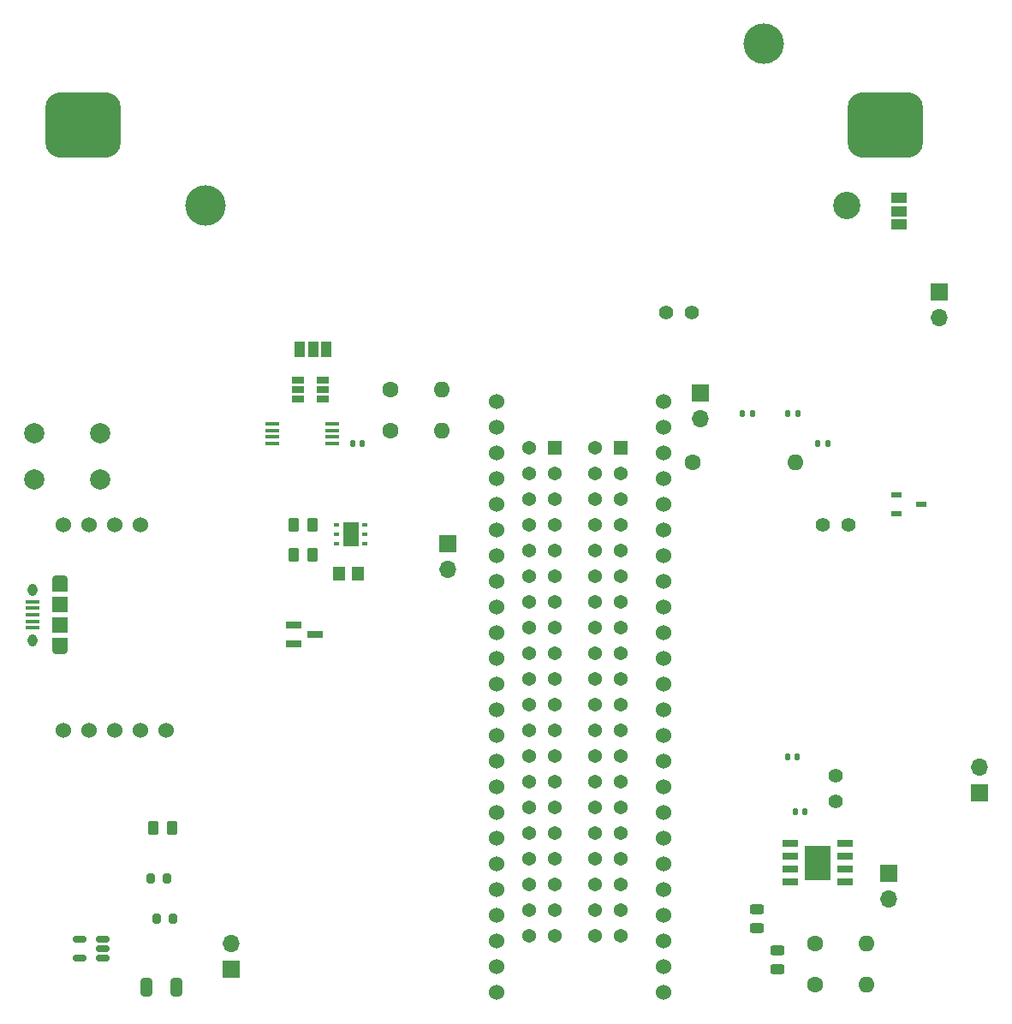
<source format=gbr>
%TF.GenerationSoftware,KiCad,Pcbnew,(7.0.0)*%
%TF.CreationDate,2023-04-14T03:48:35+02:00*%
%TF.ProjectId,overall scematic,6f766572-616c-46c2-9073-63656d617469,rev?*%
%TF.SameCoordinates,Original*%
%TF.FileFunction,Soldermask,Top*%
%TF.FilePolarity,Negative*%
%FSLAX46Y46*%
G04 Gerber Fmt 4.6, Leading zero omitted, Abs format (unit mm)*
G04 Created by KiCad (PCBNEW (7.0.0)) date 2023-04-14 03:48:35*
%MOMM*%
%LPD*%
G01*
G04 APERTURE LIST*
G04 Aperture macros list*
%AMRoundRect*
0 Rectangle with rounded corners*
0 $1 Rounding radius*
0 $2 $3 $4 $5 $6 $7 $8 $9 X,Y pos of 4 corners*
0 Add a 4 corners polygon primitive as box body*
4,1,4,$2,$3,$4,$5,$6,$7,$8,$9,$2,$3,0*
0 Add four circle primitives for the rounded corners*
1,1,$1+$1,$2,$3*
1,1,$1+$1,$4,$5*
1,1,$1+$1,$6,$7*
1,1,$1+$1,$8,$9*
0 Add four rect primitives between the rounded corners*
20,1,$1+$1,$2,$3,$4,$5,0*
20,1,$1+$1,$4,$5,$6,$7,0*
20,1,$1+$1,$6,$7,$8,$9,0*
20,1,$1+$1,$8,$9,$2,$3,0*%
G04 Aperture macros list end*
%ADD10R,1.700000X1.700000*%
%ADD11O,1.700000X1.700000*%
%ADD12C,4.000000*%
%ADD13C,2.700000*%
%ADD14RoundRect,1.625000X-2.125000X-1.625000X2.125000X-1.625000X2.125000X1.625000X-2.125000X1.625000X0*%
%ADD15R,1.150000X1.450000*%
%ADD16R,1.200000X0.650000*%
%ADD17R,1.475000X0.450000*%
%ADD18R,1.370000X1.370000*%
%ADD19C,1.370000*%
%ADD20RoundRect,0.070000X-0.650000X-0.300000X0.650000X-0.300000X0.650000X0.300000X-0.650000X0.300000X0*%
%ADD21R,1.070003X0.600000*%
%ADD22C,1.524000*%
%ADD23R,1.525000X0.700000*%
%ADD24R,2.513000X3.402000*%
%ADD25C,2.000000*%
%ADD26RoundRect,0.140000X-0.140000X-0.170000X0.140000X-0.170000X0.140000X0.170000X-0.140000X0.170000X0*%
%ADD27RoundRect,0.140000X0.140000X0.170000X-0.140000X0.170000X-0.140000X-0.170000X0.140000X-0.170000X0*%
%ADD28RoundRect,0.250000X0.325000X0.650000X-0.325000X0.650000X-0.325000X-0.650000X0.325000X-0.650000X0*%
%ADD29R,1.350000X0.400000*%
%ADD30R,1.550000X1.200000*%
%ADD31O,0.950000X1.250000*%
%ADD32R,1.550000X1.500000*%
%ADD33O,1.550000X0.890000*%
%ADD34RoundRect,0.243750X0.456250X-0.243750X0.456250X0.243750X-0.456250X0.243750X-0.456250X-0.243750X0*%
%ADD35R,1.000000X1.500000*%
%ADD36R,1.500000X1.000000*%
%ADD37R,0.600000X0.400000*%
%ADD38R,1.500000X2.400000*%
%ADD39RoundRect,0.150000X0.512500X0.150000X-0.512500X0.150000X-0.512500X-0.150000X0.512500X-0.150000X0*%
%ADD40RoundRect,0.135000X-0.135000X-0.185000X0.135000X-0.185000X0.135000X0.185000X-0.135000X0.185000X0*%
%ADD41RoundRect,0.200000X0.200000X0.275000X-0.200000X0.275000X-0.200000X-0.275000X0.200000X-0.275000X0*%
%ADD42RoundRect,0.250000X0.262500X0.450000X-0.262500X0.450000X-0.262500X-0.450000X0.262500X-0.450000X0*%
%ADD43RoundRect,0.250000X-0.262500X-0.450000X0.262500X-0.450000X0.262500X0.450000X-0.262500X0.450000X0*%
%ADD44O,1.600000X1.600000*%
%ADD45C,1.600000*%
%ADD46C,1.400000*%
G04 APERTURE END LIST*
D10*
%TO.C,J4*%
X182999999Y-116539999D03*
D11*
X182999999Y-113999999D03*
%TD*%
D10*
%TO.C,J2*%
X155369999Y-76949999D03*
D11*
X155369999Y-79489999D03*
%TD*%
D12*
%TO.C,BT1*%
X106400000Y-58475000D03*
X161600000Y-42475000D03*
D13*
X169820000Y-58475000D03*
D14*
X173650000Y-50475000D03*
X94350000Y-50475000D03*
%TD*%
D15*
%TO.C,C5*%
X119667499Y-94859999D03*
X121467499Y-94859999D03*
%TD*%
D16*
%TO.C,IC1*%
X115561999Y-75674999D03*
X115561999Y-76624999D03*
X115561999Y-77574999D03*
X118061999Y-77574999D03*
X118061999Y-76624999D03*
X118061999Y-75674999D03*
%TD*%
D17*
%TO.C,Q1*%
X113061999Y-80024999D03*
X113061999Y-80674999D03*
X113061999Y-81324999D03*
X113061999Y-81974999D03*
X118937999Y-81974999D03*
X118937999Y-81324999D03*
X118937999Y-80674999D03*
X118937999Y-80024999D03*
%TD*%
D18*
%TO.C,J13*%
X147499999Y-82379999D03*
D19*
X144960000Y-82380000D03*
X147500000Y-84920000D03*
X144960000Y-84920000D03*
X147500000Y-87460000D03*
X144960000Y-87460000D03*
X147500000Y-90000000D03*
X144960000Y-90000000D03*
X147500000Y-92540000D03*
X144960000Y-92540000D03*
X147500000Y-95080000D03*
X144960000Y-95080000D03*
X147500000Y-97620000D03*
X144960000Y-97620000D03*
X147500000Y-100160000D03*
X144960000Y-100160000D03*
X147500000Y-102700000D03*
X144960000Y-102700000D03*
X147500000Y-105240000D03*
X144960000Y-105240000D03*
X147500000Y-107780000D03*
X144960000Y-107780000D03*
X147500000Y-110320000D03*
X144960000Y-110320000D03*
X147500000Y-112860000D03*
X144960000Y-112860000D03*
X147500000Y-115400000D03*
X144960000Y-115400000D03*
X147500000Y-117940000D03*
X144960000Y-117940000D03*
X147500000Y-120480000D03*
X144960000Y-120480000D03*
X147500000Y-123020000D03*
X144960000Y-123020000D03*
X147500000Y-125560000D03*
X144960000Y-125560000D03*
X147500000Y-128100000D03*
X144960000Y-128100000D03*
X147500000Y-130640000D03*
X144960000Y-130640000D03*
%TD*%
D18*
%TO.C,J12*%
X140999999Y-82379999D03*
D19*
X138460000Y-82380000D03*
X141000000Y-84920000D03*
X138460000Y-84920000D03*
X141000000Y-87460000D03*
X138460000Y-87460000D03*
X141000000Y-90000000D03*
X138460000Y-90000000D03*
X141000000Y-92540000D03*
X138460000Y-92540000D03*
X141000000Y-95080000D03*
X138460000Y-95080000D03*
X141000000Y-97620000D03*
X138460000Y-97620000D03*
X141000000Y-100160000D03*
X138460000Y-100160000D03*
X141000000Y-102700000D03*
X138460000Y-102700000D03*
X141000000Y-105240000D03*
X138460000Y-105240000D03*
X141000000Y-107780000D03*
X138460000Y-107780000D03*
X141000000Y-110320000D03*
X138460000Y-110320000D03*
X141000000Y-112860000D03*
X138460000Y-112860000D03*
X141000000Y-115400000D03*
X138460000Y-115400000D03*
X141000000Y-117940000D03*
X138460000Y-117940000D03*
X141000000Y-120480000D03*
X138460000Y-120480000D03*
X141000000Y-123020000D03*
X138460000Y-123020000D03*
X141000000Y-125560000D03*
X138460000Y-125560000D03*
X141000000Y-128100000D03*
X138460000Y-128100000D03*
X141000000Y-130640000D03*
X138460000Y-130640000D03*
%TD*%
D20*
%TO.C,U5*%
X115182500Y-99910000D03*
X115182500Y-101810000D03*
X117282500Y-100860000D03*
%TD*%
D21*
%TO.C,U1*%
X177235076Y-87999999D03*
X174764922Y-88949961D03*
X174764922Y-87050037D03*
%TD*%
D22*
%TO.C,U3*%
X102540000Y-110320000D03*
X100000000Y-110320000D03*
X97460000Y-110320000D03*
X94920000Y-110320000D03*
X92380000Y-110320000D03*
X100000000Y-90000000D03*
X97460000Y-90000000D03*
X94920000Y-90000000D03*
X92380000Y-90000000D03*
%TD*%
%TO.C,J9*%
X151725000Y-136205000D03*
X151725000Y-133665000D03*
X151725000Y-131125000D03*
X151725000Y-128585000D03*
X151725000Y-126045000D03*
X151725000Y-123505000D03*
X151725000Y-120965000D03*
X151725000Y-118425000D03*
X151725000Y-115885000D03*
X151725000Y-113345000D03*
X151725000Y-110805000D03*
X151725000Y-108265000D03*
X151725000Y-105725000D03*
X151725000Y-103185000D03*
X151725000Y-100645000D03*
X151725000Y-98105000D03*
X151725000Y-95565000D03*
X151725000Y-93025000D03*
X151725000Y-90485000D03*
X151725000Y-87945000D03*
X151725000Y-85405000D03*
X151725000Y-82865000D03*
X151725000Y-80325000D03*
X151725000Y-77785000D03*
X135215000Y-77785000D03*
X135215000Y-80325000D03*
X135215000Y-82865000D03*
X135215000Y-85405000D03*
X135215000Y-87945000D03*
X135215000Y-90485000D03*
X135215000Y-93025000D03*
X135215000Y-95565000D03*
X135215000Y-98105000D03*
X135215000Y-100645000D03*
X135215000Y-103185000D03*
X135215000Y-105725000D03*
X135215000Y-108265000D03*
X135215000Y-110805000D03*
X135215000Y-113345000D03*
X135215000Y-115885000D03*
X135215000Y-118425000D03*
X135215000Y-120965000D03*
X135215000Y-123505000D03*
X135215000Y-126045000D03*
X135215000Y-128585000D03*
X135215000Y-131125000D03*
X135215000Y-133665000D03*
X135215000Y-136205000D03*
%TD*%
D23*
%TO.C,J3*%
X164287999Y-121554999D03*
X164287999Y-122824999D03*
X164287999Y-124094999D03*
X164287999Y-125364999D03*
X169711999Y-125364999D03*
X169711999Y-124094999D03*
X169711999Y-122824999D03*
X169711999Y-121554999D03*
D24*
X166999999Y-123459999D03*
%TD*%
D25*
%TO.C,SW1*%
X96000000Y-81000000D03*
X89500000Y-81000000D03*
X96000000Y-85500000D03*
X89500000Y-85500000D03*
%TD*%
D26*
%TO.C,C3*%
X167960000Y-82000000D03*
X167000000Y-82000000D03*
%TD*%
D27*
%TO.C,C4*%
X164752000Y-118365000D03*
X165712000Y-118365000D03*
%TD*%
%TO.C,C6*%
X121000000Y-82000000D03*
X121960000Y-82000000D03*
%TD*%
D26*
%TO.C,C2*%
X164960000Y-113000000D03*
X164000000Y-113000000D03*
%TD*%
%TO.C,C1*%
X165000000Y-79000000D03*
X164040000Y-79000000D03*
%TD*%
D28*
%TO.C,C10*%
X103575000Y-135750000D03*
X100625000Y-135750000D03*
%TD*%
D10*
%TO.C,J19*%
X108999999Y-133999999D03*
D11*
X108999999Y-131459999D03*
%TD*%
D10*
%TO.C,J5*%
X173999999Y-124459999D03*
D11*
X173999999Y-126999999D03*
%TD*%
%TO.C,J6*%
X130397499Y-94449999D03*
D10*
X130397499Y-91909999D03*
%TD*%
D11*
%TO.C,J7*%
X178999999Y-69539999D03*
D10*
X178999999Y-66999999D03*
%TD*%
D29*
%TO.C,J1*%
X89299999Y-100214999D03*
X89299999Y-99564999D03*
X89299999Y-98914999D03*
X89299999Y-98264999D03*
X89299999Y-97614999D03*
D30*
X91999999Y-101814999D03*
D31*
X89299999Y-96414999D03*
D32*
X91999999Y-97914999D03*
D33*
X91999999Y-95414999D03*
D30*
X91999999Y-96014999D03*
D31*
X89299999Y-101414999D03*
D32*
X91999999Y-99914999D03*
D33*
X91999999Y-102414999D03*
%TD*%
D34*
%TO.C,D1*%
X161000000Y-128000000D03*
X161000000Y-129875000D03*
%TD*%
D35*
%TO.C,JP2*%
X115761999Y-72674999D03*
X117061999Y-72674999D03*
X118361999Y-72674999D03*
%TD*%
D36*
%TO.C,JP1*%
X174999999Y-60299999D03*
X174999999Y-58999999D03*
X174999999Y-57699999D03*
%TD*%
D34*
%TO.C,D2*%
X163000000Y-132125000D03*
X163000000Y-134000000D03*
%TD*%
D37*
%TO.C,U2*%
X119397499Y-90009999D03*
X119397499Y-90959999D03*
X119397499Y-91909999D03*
X122197499Y-91909999D03*
X122197499Y-90959999D03*
X122197499Y-90009999D03*
D38*
X120797499Y-90959999D03*
%TD*%
D39*
%TO.C,U4*%
X96275000Y-132900000D03*
X96275000Y-131950000D03*
X96275000Y-131000000D03*
X94000000Y-131000000D03*
X94000000Y-132900000D03*
%TD*%
D40*
%TO.C,R2*%
X160510000Y-79000000D03*
X159490000Y-79000000D03*
%TD*%
D41*
%TO.C,R10*%
X103245000Y-128970000D03*
X101595000Y-128970000D03*
%TD*%
%TO.C,R11*%
X102650000Y-125000000D03*
X101000000Y-125000000D03*
%TD*%
D42*
%TO.C,R9*%
X103132500Y-120000000D03*
X101307500Y-120000000D03*
%TD*%
D43*
%TO.C,R8*%
X115175000Y-93000000D03*
X117000000Y-93000000D03*
%TD*%
%TO.C,R7*%
X115175000Y-90050000D03*
X117000000Y-90050000D03*
%TD*%
D44*
%TO.C,R1*%
X164779999Y-83849999D03*
D45*
X154620000Y-83850000D03*
%TD*%
%TO.C,R5*%
X124747000Y-76625000D03*
D44*
X129826999Y-76624999D03*
%TD*%
D45*
%TO.C,R6*%
X124747000Y-80675000D03*
D44*
X129826999Y-80674999D03*
%TD*%
D45*
%TO.C,R3*%
X166685000Y-131460000D03*
D44*
X171764999Y-131459999D03*
%TD*%
D45*
%TO.C,R4*%
X166685000Y-135510000D03*
D44*
X171764999Y-135509999D03*
%TD*%
D46*
%TO.C,TP1*%
X154540000Y-69000000D03*
X152000000Y-69000000D03*
%TD*%
%TO.C,TP2*%
X167460000Y-90000000D03*
X170000000Y-90000000D03*
%TD*%
%TO.C,TP3*%
X168712000Y-114825000D03*
X168712000Y-117365000D03*
%TD*%
M02*

</source>
